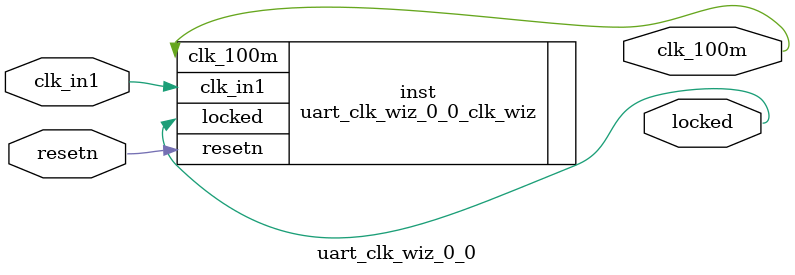
<source format=v>


`timescale 1ps/1ps

(* CORE_GENERATION_INFO = "uart_clk_wiz_0_0,clk_wiz_v5_4_3_0,{component_name=uart_clk_wiz_0_0,use_phase_alignment=true,use_min_o_jitter=false,use_max_i_jitter=false,use_dyn_phase_shift=false,use_inclk_switchover=false,use_dyn_reconfig=false,enable_axi=0,feedback_source=FDBK_AUTO,PRIMITIVE=MMCM,num_out_clk=1,clkin1_period=10.000,clkin2_period=10.000,use_power_down=false,use_reset=true,use_locked=true,use_inclk_stopped=false,feedback_type=SINGLE,CLOCK_MGR_TYPE=NA,manual_override=false}" *)

module uart_clk_wiz_0_0 
 (
  // Clock out ports
  output        clk_100m,
  // Status and control signals
  input         resetn,
  output        locked,
 // Clock in ports
  input         clk_in1
 );

  uart_clk_wiz_0_0_clk_wiz inst
  (
  // Clock out ports  
  .clk_100m(clk_100m),
  // Status and control signals               
  .resetn(resetn), 
  .locked(locked),
 // Clock in ports
  .clk_in1(clk_in1)
  );

endmodule

</source>
